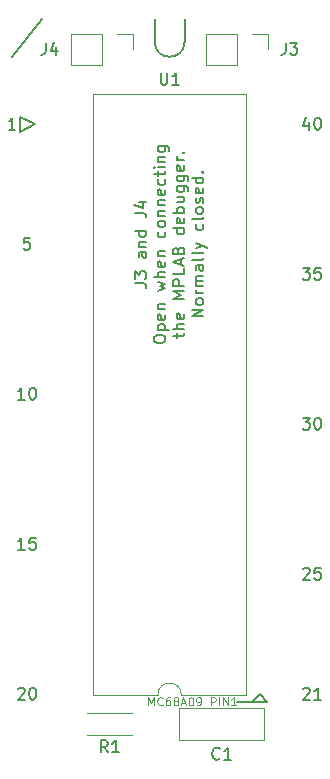
<source format=gbr>
%TF.GenerationSoftware,KiCad,Pcbnew,(6.0.0)*%
%TF.CreationDate,2022-06-05T20:03:01+09:00*%
%TF.ProjectId,phemu6809_emuz80_cnvpcb,7068656d-7536-4383-9039-5f656d757a38,rev?*%
%TF.SameCoordinates,Original*%
%TF.FileFunction,Legend,Top*%
%TF.FilePolarity,Positive*%
%FSLAX46Y46*%
G04 Gerber Fmt 4.6, Leading zero omitted, Abs format (unit mm)*
G04 Created by KiCad (PCBNEW (6.0.0)) date 2022-06-05 20:03:01*
%MOMM*%
%LPD*%
G01*
G04 APERTURE LIST*
%ADD10C,0.150000*%
%ADD11C,0.100000*%
%ADD12C,0.120000*%
%ADD13R,1.700000X1.700000*%
%ADD14O,1.700000X1.700000*%
%ADD15C,1.600000*%
%ADD16C,1.400000*%
%ADD17O,1.400000X1.400000*%
%ADD18R,1.600000X1.600000*%
%ADD19O,1.600000X1.600000*%
G04 APERTURE END LIST*
D10*
X107950000Y-63500000D02*
X106680000Y-62865000D01*
X118110000Y-56515000D02*
G75*
G03*
X120650000Y-56515000I1270000J0D01*
G01*
X106680000Y-64135000D02*
X107950000Y-63500000D01*
X126365000Y-112395000D02*
X127635000Y-112395000D01*
X108585000Y-54610000D02*
X106045000Y-57785000D01*
X118110000Y-54610000D02*
X118110000Y-56515000D01*
X127000000Y-111760000D02*
X126365000Y-112395000D01*
X120650000Y-54610000D02*
X120650000Y-56515000D01*
X127635000Y-112395000D02*
X127000000Y-111760000D01*
X106680000Y-62865000D02*
X106680000Y-64135000D01*
X126365000Y-112395000D02*
X125095000Y-112395000D01*
X107124523Y-99512380D02*
X106553095Y-99512380D01*
X106838809Y-99512380D02*
X106838809Y-98512380D01*
X106743571Y-98655238D01*
X106648333Y-98750476D01*
X106553095Y-98798095D01*
X108029285Y-98512380D02*
X107553095Y-98512380D01*
X107505476Y-98988571D01*
X107553095Y-98940952D01*
X107648333Y-98893333D01*
X107886428Y-98893333D01*
X107981666Y-98940952D01*
X108029285Y-98988571D01*
X108076904Y-99083809D01*
X108076904Y-99321904D01*
X108029285Y-99417142D01*
X107981666Y-99464761D01*
X107886428Y-99512380D01*
X107648333Y-99512380D01*
X107553095Y-99464761D01*
X107505476Y-99417142D01*
X106330714Y-63952380D02*
X105759285Y-63952380D01*
X106045000Y-63952380D02*
X106045000Y-62952380D01*
X105949761Y-63095238D01*
X105854523Y-63190476D01*
X105759285Y-63238095D01*
X130635476Y-75652380D02*
X131254523Y-75652380D01*
X130921190Y-76033333D01*
X131064047Y-76033333D01*
X131159285Y-76080952D01*
X131206904Y-76128571D01*
X131254523Y-76223809D01*
X131254523Y-76461904D01*
X131206904Y-76557142D01*
X131159285Y-76604761D01*
X131064047Y-76652380D01*
X130778333Y-76652380D01*
X130683095Y-76604761D01*
X130635476Y-76557142D01*
X132159285Y-75652380D02*
X131683095Y-75652380D01*
X131635476Y-76128571D01*
X131683095Y-76080952D01*
X131778333Y-76033333D01*
X132016428Y-76033333D01*
X132111666Y-76080952D01*
X132159285Y-76128571D01*
X132206904Y-76223809D01*
X132206904Y-76461904D01*
X132159285Y-76557142D01*
X132111666Y-76604761D01*
X132016428Y-76652380D01*
X131778333Y-76652380D01*
X131683095Y-76604761D01*
X131635476Y-76557142D01*
D11*
X117585000Y-112711666D02*
X117585000Y-112011666D01*
X117818333Y-112511666D01*
X118051666Y-112011666D01*
X118051666Y-112711666D01*
X118785000Y-112645000D02*
X118751666Y-112678333D01*
X118651666Y-112711666D01*
X118585000Y-112711666D01*
X118485000Y-112678333D01*
X118418333Y-112611666D01*
X118385000Y-112545000D01*
X118351666Y-112411666D01*
X118351666Y-112311666D01*
X118385000Y-112178333D01*
X118418333Y-112111666D01*
X118485000Y-112045000D01*
X118585000Y-112011666D01*
X118651666Y-112011666D01*
X118751666Y-112045000D01*
X118785000Y-112078333D01*
X119385000Y-112011666D02*
X119251666Y-112011666D01*
X119185000Y-112045000D01*
X119151666Y-112078333D01*
X119085000Y-112178333D01*
X119051666Y-112311666D01*
X119051666Y-112578333D01*
X119085000Y-112645000D01*
X119118333Y-112678333D01*
X119185000Y-112711666D01*
X119318333Y-112711666D01*
X119385000Y-112678333D01*
X119418333Y-112645000D01*
X119451666Y-112578333D01*
X119451666Y-112411666D01*
X119418333Y-112345000D01*
X119385000Y-112311666D01*
X119318333Y-112278333D01*
X119185000Y-112278333D01*
X119118333Y-112311666D01*
X119085000Y-112345000D01*
X119051666Y-112411666D01*
X119851666Y-112311666D02*
X119785000Y-112278333D01*
X119751666Y-112245000D01*
X119718333Y-112178333D01*
X119718333Y-112145000D01*
X119751666Y-112078333D01*
X119785000Y-112045000D01*
X119851666Y-112011666D01*
X119985000Y-112011666D01*
X120051666Y-112045000D01*
X120085000Y-112078333D01*
X120118333Y-112145000D01*
X120118333Y-112178333D01*
X120085000Y-112245000D01*
X120051666Y-112278333D01*
X119985000Y-112311666D01*
X119851666Y-112311666D01*
X119785000Y-112345000D01*
X119751666Y-112378333D01*
X119718333Y-112445000D01*
X119718333Y-112578333D01*
X119751666Y-112645000D01*
X119785000Y-112678333D01*
X119851666Y-112711666D01*
X119985000Y-112711666D01*
X120051666Y-112678333D01*
X120085000Y-112645000D01*
X120118333Y-112578333D01*
X120118333Y-112445000D01*
X120085000Y-112378333D01*
X120051666Y-112345000D01*
X119985000Y-112311666D01*
X120385000Y-112511666D02*
X120718333Y-112511666D01*
X120318333Y-112711666D02*
X120551666Y-112011666D01*
X120785000Y-112711666D01*
X121151666Y-112011666D02*
X121218333Y-112011666D01*
X121285000Y-112045000D01*
X121318333Y-112078333D01*
X121351666Y-112145000D01*
X121385000Y-112278333D01*
X121385000Y-112445000D01*
X121351666Y-112578333D01*
X121318333Y-112645000D01*
X121285000Y-112678333D01*
X121218333Y-112711666D01*
X121151666Y-112711666D01*
X121085000Y-112678333D01*
X121051666Y-112645000D01*
X121018333Y-112578333D01*
X120985000Y-112445000D01*
X120985000Y-112278333D01*
X121018333Y-112145000D01*
X121051666Y-112078333D01*
X121085000Y-112045000D01*
X121151666Y-112011666D01*
X121718333Y-112711666D02*
X121851666Y-112711666D01*
X121918333Y-112678333D01*
X121951666Y-112645000D01*
X122018333Y-112545000D01*
X122051666Y-112411666D01*
X122051666Y-112145000D01*
X122018333Y-112078333D01*
X121985000Y-112045000D01*
X121918333Y-112011666D01*
X121785000Y-112011666D01*
X121718333Y-112045000D01*
X121685000Y-112078333D01*
X121651666Y-112145000D01*
X121651666Y-112311666D01*
X121685000Y-112378333D01*
X121718333Y-112411666D01*
X121785000Y-112445000D01*
X121918333Y-112445000D01*
X121985000Y-112411666D01*
X122018333Y-112378333D01*
X122051666Y-112311666D01*
X122885000Y-112711666D02*
X122885000Y-112011666D01*
X123151666Y-112011666D01*
X123218333Y-112045000D01*
X123251666Y-112078333D01*
X123285000Y-112145000D01*
X123285000Y-112245000D01*
X123251666Y-112311666D01*
X123218333Y-112345000D01*
X123151666Y-112378333D01*
X122885000Y-112378333D01*
X123585000Y-112711666D02*
X123585000Y-112011666D01*
X123918333Y-112711666D02*
X123918333Y-112011666D01*
X124318333Y-112711666D01*
X124318333Y-112011666D01*
X125018333Y-112711666D02*
X124618333Y-112711666D01*
X124818333Y-112711666D02*
X124818333Y-112011666D01*
X124751666Y-112111666D01*
X124685000Y-112178333D01*
X124618333Y-112211666D01*
D10*
X130683095Y-111307619D02*
X130730714Y-111260000D01*
X130825952Y-111212380D01*
X131064047Y-111212380D01*
X131159285Y-111260000D01*
X131206904Y-111307619D01*
X131254523Y-111402857D01*
X131254523Y-111498095D01*
X131206904Y-111640952D01*
X130635476Y-112212380D01*
X131254523Y-112212380D01*
X132206904Y-112212380D02*
X131635476Y-112212380D01*
X131921190Y-112212380D02*
X131921190Y-111212380D01*
X131825952Y-111355238D01*
X131730714Y-111450476D01*
X131635476Y-111498095D01*
X107553095Y-73112380D02*
X107076904Y-73112380D01*
X107029285Y-73588571D01*
X107076904Y-73540952D01*
X107172142Y-73493333D01*
X107410238Y-73493333D01*
X107505476Y-73540952D01*
X107553095Y-73588571D01*
X107600714Y-73683809D01*
X107600714Y-73921904D01*
X107553095Y-74017142D01*
X107505476Y-74064761D01*
X107410238Y-74112380D01*
X107172142Y-74112380D01*
X107076904Y-74064761D01*
X107029285Y-74017142D01*
X130635476Y-88352380D02*
X131254523Y-88352380D01*
X130921190Y-88733333D01*
X131064047Y-88733333D01*
X131159285Y-88780952D01*
X131206904Y-88828571D01*
X131254523Y-88923809D01*
X131254523Y-89161904D01*
X131206904Y-89257142D01*
X131159285Y-89304761D01*
X131064047Y-89352380D01*
X130778333Y-89352380D01*
X130683095Y-89304761D01*
X130635476Y-89257142D01*
X131873571Y-88352380D02*
X131968809Y-88352380D01*
X132064047Y-88400000D01*
X132111666Y-88447619D01*
X132159285Y-88542857D01*
X132206904Y-88733333D01*
X132206904Y-88971428D01*
X132159285Y-89161904D01*
X132111666Y-89257142D01*
X132064047Y-89304761D01*
X131968809Y-89352380D01*
X131873571Y-89352380D01*
X131778333Y-89304761D01*
X131730714Y-89257142D01*
X131683095Y-89161904D01*
X131635476Y-88971428D01*
X131635476Y-88733333D01*
X131683095Y-88542857D01*
X131730714Y-88447619D01*
X131778333Y-88400000D01*
X131873571Y-88352380D01*
X131159285Y-63285714D02*
X131159285Y-63952380D01*
X130921190Y-62904761D02*
X130683095Y-63619047D01*
X131302142Y-63619047D01*
X131873571Y-62952380D02*
X131968809Y-62952380D01*
X132064047Y-63000000D01*
X132111666Y-63047619D01*
X132159285Y-63142857D01*
X132206904Y-63333333D01*
X132206904Y-63571428D01*
X132159285Y-63761904D01*
X132111666Y-63857142D01*
X132064047Y-63904761D01*
X131968809Y-63952380D01*
X131873571Y-63952380D01*
X131778333Y-63904761D01*
X131730714Y-63857142D01*
X131683095Y-63761904D01*
X131635476Y-63571428D01*
X131635476Y-63333333D01*
X131683095Y-63142857D01*
X131730714Y-63047619D01*
X131778333Y-63000000D01*
X131873571Y-62952380D01*
X106553095Y-111307619D02*
X106600714Y-111260000D01*
X106695952Y-111212380D01*
X106934047Y-111212380D01*
X107029285Y-111260000D01*
X107076904Y-111307619D01*
X107124523Y-111402857D01*
X107124523Y-111498095D01*
X107076904Y-111640952D01*
X106505476Y-112212380D01*
X107124523Y-112212380D01*
X107743571Y-111212380D02*
X107838809Y-111212380D01*
X107934047Y-111260000D01*
X107981666Y-111307619D01*
X108029285Y-111402857D01*
X108076904Y-111593333D01*
X108076904Y-111831428D01*
X108029285Y-112021904D01*
X107981666Y-112117142D01*
X107934047Y-112164761D01*
X107838809Y-112212380D01*
X107743571Y-112212380D01*
X107648333Y-112164761D01*
X107600714Y-112117142D01*
X107553095Y-112021904D01*
X107505476Y-111831428D01*
X107505476Y-111593333D01*
X107553095Y-111402857D01*
X107600714Y-111307619D01*
X107648333Y-111260000D01*
X107743571Y-111212380D01*
X130683095Y-101147619D02*
X130730714Y-101100000D01*
X130825952Y-101052380D01*
X131064047Y-101052380D01*
X131159285Y-101100000D01*
X131206904Y-101147619D01*
X131254523Y-101242857D01*
X131254523Y-101338095D01*
X131206904Y-101480952D01*
X130635476Y-102052380D01*
X131254523Y-102052380D01*
X132159285Y-101052380D02*
X131683095Y-101052380D01*
X131635476Y-101528571D01*
X131683095Y-101480952D01*
X131778333Y-101433333D01*
X132016428Y-101433333D01*
X132111666Y-101480952D01*
X132159285Y-101528571D01*
X132206904Y-101623809D01*
X132206904Y-101861904D01*
X132159285Y-101957142D01*
X132111666Y-102004761D01*
X132016428Y-102052380D01*
X131778333Y-102052380D01*
X131683095Y-102004761D01*
X131635476Y-101957142D01*
X116417380Y-76969523D02*
X117131666Y-76969523D01*
X117274523Y-77017142D01*
X117369761Y-77112380D01*
X117417380Y-77255238D01*
X117417380Y-77350476D01*
X116417380Y-76588571D02*
X116417380Y-75969523D01*
X116798333Y-76302857D01*
X116798333Y-76160000D01*
X116845952Y-76064761D01*
X116893571Y-76017142D01*
X116988809Y-75969523D01*
X117226904Y-75969523D01*
X117322142Y-76017142D01*
X117369761Y-76064761D01*
X117417380Y-76160000D01*
X117417380Y-76445714D01*
X117369761Y-76540952D01*
X117322142Y-76588571D01*
X117417380Y-74350476D02*
X116893571Y-74350476D01*
X116798333Y-74398095D01*
X116750714Y-74493333D01*
X116750714Y-74683809D01*
X116798333Y-74779047D01*
X117369761Y-74350476D02*
X117417380Y-74445714D01*
X117417380Y-74683809D01*
X117369761Y-74779047D01*
X117274523Y-74826666D01*
X117179285Y-74826666D01*
X117084047Y-74779047D01*
X117036428Y-74683809D01*
X117036428Y-74445714D01*
X116988809Y-74350476D01*
X116750714Y-73874285D02*
X117417380Y-73874285D01*
X116845952Y-73874285D02*
X116798333Y-73826666D01*
X116750714Y-73731428D01*
X116750714Y-73588571D01*
X116798333Y-73493333D01*
X116893571Y-73445714D01*
X117417380Y-73445714D01*
X117417380Y-72540952D02*
X116417380Y-72540952D01*
X117369761Y-72540952D02*
X117417380Y-72636190D01*
X117417380Y-72826666D01*
X117369761Y-72921904D01*
X117322142Y-72969523D01*
X117226904Y-73017142D01*
X116941190Y-73017142D01*
X116845952Y-72969523D01*
X116798333Y-72921904D01*
X116750714Y-72826666D01*
X116750714Y-72636190D01*
X116798333Y-72540952D01*
X116417380Y-71017142D02*
X117131666Y-71017142D01*
X117274523Y-71064761D01*
X117369761Y-71160000D01*
X117417380Y-71302857D01*
X117417380Y-71398095D01*
X116750714Y-70112380D02*
X117417380Y-70112380D01*
X116369761Y-70350476D02*
X117084047Y-70588571D01*
X117084047Y-69969523D01*
X118027380Y-81779047D02*
X118027380Y-81588571D01*
X118075000Y-81493333D01*
X118170238Y-81398095D01*
X118360714Y-81350476D01*
X118694047Y-81350476D01*
X118884523Y-81398095D01*
X118979761Y-81493333D01*
X119027380Y-81588571D01*
X119027380Y-81779047D01*
X118979761Y-81874285D01*
X118884523Y-81969523D01*
X118694047Y-82017142D01*
X118360714Y-82017142D01*
X118170238Y-81969523D01*
X118075000Y-81874285D01*
X118027380Y-81779047D01*
X118360714Y-80921904D02*
X119360714Y-80921904D01*
X118408333Y-80921904D02*
X118360714Y-80826666D01*
X118360714Y-80636190D01*
X118408333Y-80540952D01*
X118455952Y-80493333D01*
X118551190Y-80445714D01*
X118836904Y-80445714D01*
X118932142Y-80493333D01*
X118979761Y-80540952D01*
X119027380Y-80636190D01*
X119027380Y-80826666D01*
X118979761Y-80921904D01*
X118979761Y-79636190D02*
X119027380Y-79731428D01*
X119027380Y-79921904D01*
X118979761Y-80017142D01*
X118884523Y-80064761D01*
X118503571Y-80064761D01*
X118408333Y-80017142D01*
X118360714Y-79921904D01*
X118360714Y-79731428D01*
X118408333Y-79636190D01*
X118503571Y-79588571D01*
X118598809Y-79588571D01*
X118694047Y-80064761D01*
X118360714Y-79160000D02*
X119027380Y-79160000D01*
X118455952Y-79160000D02*
X118408333Y-79112380D01*
X118360714Y-79017142D01*
X118360714Y-78874285D01*
X118408333Y-78779047D01*
X118503571Y-78731428D01*
X119027380Y-78731428D01*
X118360714Y-77588571D02*
X119027380Y-77398095D01*
X118551190Y-77207619D01*
X119027380Y-77017142D01*
X118360714Y-76826666D01*
X119027380Y-76445714D02*
X118027380Y-76445714D01*
X119027380Y-76017142D02*
X118503571Y-76017142D01*
X118408333Y-76064761D01*
X118360714Y-76160000D01*
X118360714Y-76302857D01*
X118408333Y-76398095D01*
X118455952Y-76445714D01*
X118979761Y-75160000D02*
X119027380Y-75255238D01*
X119027380Y-75445714D01*
X118979761Y-75540952D01*
X118884523Y-75588571D01*
X118503571Y-75588571D01*
X118408333Y-75540952D01*
X118360714Y-75445714D01*
X118360714Y-75255238D01*
X118408333Y-75160000D01*
X118503571Y-75112380D01*
X118598809Y-75112380D01*
X118694047Y-75588571D01*
X118360714Y-74683809D02*
X119027380Y-74683809D01*
X118455952Y-74683809D02*
X118408333Y-74636190D01*
X118360714Y-74540952D01*
X118360714Y-74398095D01*
X118408333Y-74302857D01*
X118503571Y-74255238D01*
X119027380Y-74255238D01*
X118979761Y-72588571D02*
X119027380Y-72683809D01*
X119027380Y-72874285D01*
X118979761Y-72969523D01*
X118932142Y-73017142D01*
X118836904Y-73064761D01*
X118551190Y-73064761D01*
X118455952Y-73017142D01*
X118408333Y-72969523D01*
X118360714Y-72874285D01*
X118360714Y-72683809D01*
X118408333Y-72588571D01*
X119027380Y-72017142D02*
X118979761Y-72112380D01*
X118932142Y-72160000D01*
X118836904Y-72207619D01*
X118551190Y-72207619D01*
X118455952Y-72160000D01*
X118408333Y-72112380D01*
X118360714Y-72017142D01*
X118360714Y-71874285D01*
X118408333Y-71779047D01*
X118455952Y-71731428D01*
X118551190Y-71683809D01*
X118836904Y-71683809D01*
X118932142Y-71731428D01*
X118979761Y-71779047D01*
X119027380Y-71874285D01*
X119027380Y-72017142D01*
X118360714Y-71255238D02*
X119027380Y-71255238D01*
X118455952Y-71255238D02*
X118408333Y-71207619D01*
X118360714Y-71112380D01*
X118360714Y-70969523D01*
X118408333Y-70874285D01*
X118503571Y-70826666D01*
X119027380Y-70826666D01*
X118360714Y-70350476D02*
X119027380Y-70350476D01*
X118455952Y-70350476D02*
X118408333Y-70302857D01*
X118360714Y-70207619D01*
X118360714Y-70064761D01*
X118408333Y-69969523D01*
X118503571Y-69921904D01*
X119027380Y-69921904D01*
X118979761Y-69064761D02*
X119027380Y-69160000D01*
X119027380Y-69350476D01*
X118979761Y-69445714D01*
X118884523Y-69493333D01*
X118503571Y-69493333D01*
X118408333Y-69445714D01*
X118360714Y-69350476D01*
X118360714Y-69160000D01*
X118408333Y-69064761D01*
X118503571Y-69017142D01*
X118598809Y-69017142D01*
X118694047Y-69493333D01*
X118979761Y-68160000D02*
X119027380Y-68255238D01*
X119027380Y-68445714D01*
X118979761Y-68540952D01*
X118932142Y-68588571D01*
X118836904Y-68636190D01*
X118551190Y-68636190D01*
X118455952Y-68588571D01*
X118408333Y-68540952D01*
X118360714Y-68445714D01*
X118360714Y-68255238D01*
X118408333Y-68160000D01*
X118360714Y-67874285D02*
X118360714Y-67493333D01*
X118027380Y-67731428D02*
X118884523Y-67731428D01*
X118979761Y-67683809D01*
X119027380Y-67588571D01*
X119027380Y-67493333D01*
X119027380Y-67160000D02*
X118360714Y-67160000D01*
X118027380Y-67160000D02*
X118075000Y-67207619D01*
X118122619Y-67160000D01*
X118075000Y-67112380D01*
X118027380Y-67160000D01*
X118122619Y-67160000D01*
X118360714Y-66683809D02*
X119027380Y-66683809D01*
X118455952Y-66683809D02*
X118408333Y-66636190D01*
X118360714Y-66540952D01*
X118360714Y-66398095D01*
X118408333Y-66302857D01*
X118503571Y-66255238D01*
X119027380Y-66255238D01*
X118360714Y-65350476D02*
X119170238Y-65350476D01*
X119265476Y-65398095D01*
X119313095Y-65445714D01*
X119360714Y-65540952D01*
X119360714Y-65683809D01*
X119313095Y-65779047D01*
X118979761Y-65350476D02*
X119027380Y-65445714D01*
X119027380Y-65636190D01*
X118979761Y-65731428D01*
X118932142Y-65779047D01*
X118836904Y-65826666D01*
X118551190Y-65826666D01*
X118455952Y-65779047D01*
X118408333Y-65731428D01*
X118360714Y-65636190D01*
X118360714Y-65445714D01*
X118408333Y-65350476D01*
X119970714Y-81564761D02*
X119970714Y-81183809D01*
X119637380Y-81421904D02*
X120494523Y-81421904D01*
X120589761Y-81374285D01*
X120637380Y-81279047D01*
X120637380Y-81183809D01*
X120637380Y-80850476D02*
X119637380Y-80850476D01*
X120637380Y-80421904D02*
X120113571Y-80421904D01*
X120018333Y-80469523D01*
X119970714Y-80564761D01*
X119970714Y-80707619D01*
X120018333Y-80802857D01*
X120065952Y-80850476D01*
X120589761Y-79564761D02*
X120637380Y-79660000D01*
X120637380Y-79850476D01*
X120589761Y-79945714D01*
X120494523Y-79993333D01*
X120113571Y-79993333D01*
X120018333Y-79945714D01*
X119970714Y-79850476D01*
X119970714Y-79660000D01*
X120018333Y-79564761D01*
X120113571Y-79517142D01*
X120208809Y-79517142D01*
X120304047Y-79993333D01*
X120637380Y-78326666D02*
X119637380Y-78326666D01*
X120351666Y-77993333D01*
X119637380Y-77660000D01*
X120637380Y-77660000D01*
X120637380Y-77183809D02*
X119637380Y-77183809D01*
X119637380Y-76802857D01*
X119685000Y-76707619D01*
X119732619Y-76660000D01*
X119827857Y-76612380D01*
X119970714Y-76612380D01*
X120065952Y-76660000D01*
X120113571Y-76707619D01*
X120161190Y-76802857D01*
X120161190Y-77183809D01*
X120637380Y-75707619D02*
X120637380Y-76183809D01*
X119637380Y-76183809D01*
X120351666Y-75421904D02*
X120351666Y-74945714D01*
X120637380Y-75517142D02*
X119637380Y-75183809D01*
X120637380Y-74850476D01*
X120113571Y-74183809D02*
X120161190Y-74040952D01*
X120208809Y-73993333D01*
X120304047Y-73945714D01*
X120446904Y-73945714D01*
X120542142Y-73993333D01*
X120589761Y-74040952D01*
X120637380Y-74136190D01*
X120637380Y-74517142D01*
X119637380Y-74517142D01*
X119637380Y-74183809D01*
X119685000Y-74088571D01*
X119732619Y-74040952D01*
X119827857Y-73993333D01*
X119923095Y-73993333D01*
X120018333Y-74040952D01*
X120065952Y-74088571D01*
X120113571Y-74183809D01*
X120113571Y-74517142D01*
X120637380Y-72326666D02*
X119637380Y-72326666D01*
X120589761Y-72326666D02*
X120637380Y-72421904D01*
X120637380Y-72612380D01*
X120589761Y-72707619D01*
X120542142Y-72755238D01*
X120446904Y-72802857D01*
X120161190Y-72802857D01*
X120065952Y-72755238D01*
X120018333Y-72707619D01*
X119970714Y-72612380D01*
X119970714Y-72421904D01*
X120018333Y-72326666D01*
X120589761Y-71469523D02*
X120637380Y-71564761D01*
X120637380Y-71755238D01*
X120589761Y-71850476D01*
X120494523Y-71898095D01*
X120113571Y-71898095D01*
X120018333Y-71850476D01*
X119970714Y-71755238D01*
X119970714Y-71564761D01*
X120018333Y-71469523D01*
X120113571Y-71421904D01*
X120208809Y-71421904D01*
X120304047Y-71898095D01*
X120637380Y-70993333D02*
X119637380Y-70993333D01*
X120018333Y-70993333D02*
X119970714Y-70898095D01*
X119970714Y-70707619D01*
X120018333Y-70612380D01*
X120065952Y-70564761D01*
X120161190Y-70517142D01*
X120446904Y-70517142D01*
X120542142Y-70564761D01*
X120589761Y-70612380D01*
X120637380Y-70707619D01*
X120637380Y-70898095D01*
X120589761Y-70993333D01*
X119970714Y-69660000D02*
X120637380Y-69660000D01*
X119970714Y-70088571D02*
X120494523Y-70088571D01*
X120589761Y-70040952D01*
X120637380Y-69945714D01*
X120637380Y-69802857D01*
X120589761Y-69707619D01*
X120542142Y-69660000D01*
X119970714Y-68755238D02*
X120780238Y-68755238D01*
X120875476Y-68802857D01*
X120923095Y-68850476D01*
X120970714Y-68945714D01*
X120970714Y-69088571D01*
X120923095Y-69183809D01*
X120589761Y-68755238D02*
X120637380Y-68850476D01*
X120637380Y-69040952D01*
X120589761Y-69136190D01*
X120542142Y-69183809D01*
X120446904Y-69231428D01*
X120161190Y-69231428D01*
X120065952Y-69183809D01*
X120018333Y-69136190D01*
X119970714Y-69040952D01*
X119970714Y-68850476D01*
X120018333Y-68755238D01*
X119970714Y-67850476D02*
X120780238Y-67850476D01*
X120875476Y-67898095D01*
X120923095Y-67945714D01*
X120970714Y-68040952D01*
X120970714Y-68183809D01*
X120923095Y-68279047D01*
X120589761Y-67850476D02*
X120637380Y-67945714D01*
X120637380Y-68136190D01*
X120589761Y-68231428D01*
X120542142Y-68279047D01*
X120446904Y-68326666D01*
X120161190Y-68326666D01*
X120065952Y-68279047D01*
X120018333Y-68231428D01*
X119970714Y-68136190D01*
X119970714Y-67945714D01*
X120018333Y-67850476D01*
X120589761Y-66993333D02*
X120637380Y-67088571D01*
X120637380Y-67279047D01*
X120589761Y-67374285D01*
X120494523Y-67421904D01*
X120113571Y-67421904D01*
X120018333Y-67374285D01*
X119970714Y-67279047D01*
X119970714Y-67088571D01*
X120018333Y-66993333D01*
X120113571Y-66945714D01*
X120208809Y-66945714D01*
X120304047Y-67421904D01*
X120637380Y-66517142D02*
X119970714Y-66517142D01*
X120161190Y-66517142D02*
X120065952Y-66469523D01*
X120018333Y-66421904D01*
X119970714Y-66326666D01*
X119970714Y-66231428D01*
X120542142Y-65898095D02*
X120589761Y-65850476D01*
X120637380Y-65898095D01*
X120589761Y-65945714D01*
X120542142Y-65898095D01*
X120637380Y-65898095D01*
X122247380Y-79779047D02*
X121247380Y-79779047D01*
X122247380Y-79207619D01*
X121247380Y-79207619D01*
X122247380Y-78588571D02*
X122199761Y-78683809D01*
X122152142Y-78731428D01*
X122056904Y-78779047D01*
X121771190Y-78779047D01*
X121675952Y-78731428D01*
X121628333Y-78683809D01*
X121580714Y-78588571D01*
X121580714Y-78445714D01*
X121628333Y-78350476D01*
X121675952Y-78302857D01*
X121771190Y-78255238D01*
X122056904Y-78255238D01*
X122152142Y-78302857D01*
X122199761Y-78350476D01*
X122247380Y-78445714D01*
X122247380Y-78588571D01*
X122247380Y-77826666D02*
X121580714Y-77826666D01*
X121771190Y-77826666D02*
X121675952Y-77779047D01*
X121628333Y-77731428D01*
X121580714Y-77636190D01*
X121580714Y-77540952D01*
X122247380Y-77207619D02*
X121580714Y-77207619D01*
X121675952Y-77207619D02*
X121628333Y-77160000D01*
X121580714Y-77064761D01*
X121580714Y-76921904D01*
X121628333Y-76826666D01*
X121723571Y-76779047D01*
X122247380Y-76779047D01*
X121723571Y-76779047D02*
X121628333Y-76731428D01*
X121580714Y-76636190D01*
X121580714Y-76493333D01*
X121628333Y-76398095D01*
X121723571Y-76350476D01*
X122247380Y-76350476D01*
X122247380Y-75445714D02*
X121723571Y-75445714D01*
X121628333Y-75493333D01*
X121580714Y-75588571D01*
X121580714Y-75779047D01*
X121628333Y-75874285D01*
X122199761Y-75445714D02*
X122247380Y-75540952D01*
X122247380Y-75779047D01*
X122199761Y-75874285D01*
X122104523Y-75921904D01*
X122009285Y-75921904D01*
X121914047Y-75874285D01*
X121866428Y-75779047D01*
X121866428Y-75540952D01*
X121818809Y-75445714D01*
X122247380Y-74826666D02*
X122199761Y-74921904D01*
X122104523Y-74969523D01*
X121247380Y-74969523D01*
X122247380Y-74302857D02*
X122199761Y-74398095D01*
X122104523Y-74445714D01*
X121247380Y-74445714D01*
X121580714Y-74017142D02*
X122247380Y-73779047D01*
X121580714Y-73540952D02*
X122247380Y-73779047D01*
X122485476Y-73874285D01*
X122533095Y-73921904D01*
X122580714Y-74017142D01*
X122199761Y-71969523D02*
X122247380Y-72064761D01*
X122247380Y-72255238D01*
X122199761Y-72350476D01*
X122152142Y-72398095D01*
X122056904Y-72445714D01*
X121771190Y-72445714D01*
X121675952Y-72398095D01*
X121628333Y-72350476D01*
X121580714Y-72255238D01*
X121580714Y-72064761D01*
X121628333Y-71969523D01*
X122247380Y-71398095D02*
X122199761Y-71493333D01*
X122104523Y-71540952D01*
X121247380Y-71540952D01*
X122247380Y-70874285D02*
X122199761Y-70969523D01*
X122152142Y-71017142D01*
X122056904Y-71064761D01*
X121771190Y-71064761D01*
X121675952Y-71017142D01*
X121628333Y-70969523D01*
X121580714Y-70874285D01*
X121580714Y-70731428D01*
X121628333Y-70636190D01*
X121675952Y-70588571D01*
X121771190Y-70540952D01*
X122056904Y-70540952D01*
X122152142Y-70588571D01*
X122199761Y-70636190D01*
X122247380Y-70731428D01*
X122247380Y-70874285D01*
X122199761Y-70160000D02*
X122247380Y-70064761D01*
X122247380Y-69874285D01*
X122199761Y-69779047D01*
X122104523Y-69731428D01*
X122056904Y-69731428D01*
X121961666Y-69779047D01*
X121914047Y-69874285D01*
X121914047Y-70017142D01*
X121866428Y-70112380D01*
X121771190Y-70160000D01*
X121723571Y-70160000D01*
X121628333Y-70112380D01*
X121580714Y-70017142D01*
X121580714Y-69874285D01*
X121628333Y-69779047D01*
X122199761Y-68921904D02*
X122247380Y-69017142D01*
X122247380Y-69207619D01*
X122199761Y-69302857D01*
X122104523Y-69350476D01*
X121723571Y-69350476D01*
X121628333Y-69302857D01*
X121580714Y-69207619D01*
X121580714Y-69017142D01*
X121628333Y-68921904D01*
X121723571Y-68874285D01*
X121818809Y-68874285D01*
X121914047Y-69350476D01*
X122247380Y-68017142D02*
X121247380Y-68017142D01*
X122199761Y-68017142D02*
X122247380Y-68112380D01*
X122247380Y-68302857D01*
X122199761Y-68398095D01*
X122152142Y-68445714D01*
X122056904Y-68493333D01*
X121771190Y-68493333D01*
X121675952Y-68445714D01*
X121628333Y-68398095D01*
X121580714Y-68302857D01*
X121580714Y-68112380D01*
X121628333Y-68017142D01*
X122152142Y-67540952D02*
X122199761Y-67493333D01*
X122247380Y-67540952D01*
X122199761Y-67588571D01*
X122152142Y-67540952D01*
X122247380Y-67540952D01*
X107124523Y-86812380D02*
X106553095Y-86812380D01*
X106838809Y-86812380D02*
X106838809Y-85812380D01*
X106743571Y-85955238D01*
X106648333Y-86050476D01*
X106553095Y-86098095D01*
X107743571Y-85812380D02*
X107838809Y-85812380D01*
X107934047Y-85860000D01*
X107981666Y-85907619D01*
X108029285Y-86002857D01*
X108076904Y-86193333D01*
X108076904Y-86431428D01*
X108029285Y-86621904D01*
X107981666Y-86717142D01*
X107934047Y-86764761D01*
X107838809Y-86812380D01*
X107743571Y-86812380D01*
X107648333Y-86764761D01*
X107600714Y-86717142D01*
X107553095Y-86621904D01*
X107505476Y-86431428D01*
X107505476Y-86193333D01*
X107553095Y-86002857D01*
X107600714Y-85907619D01*
X107648333Y-85860000D01*
X107743571Y-85812380D01*
%TO.C,J3*%
X129206666Y-56602380D02*
X129206666Y-57316666D01*
X129159047Y-57459523D01*
X129063809Y-57554761D01*
X128920952Y-57602380D01*
X128825714Y-57602380D01*
X129587619Y-56602380D02*
X130206666Y-56602380D01*
X129873333Y-56983333D01*
X130016190Y-56983333D01*
X130111428Y-57030952D01*
X130159047Y-57078571D01*
X130206666Y-57173809D01*
X130206666Y-57411904D01*
X130159047Y-57507142D01*
X130111428Y-57554761D01*
X130016190Y-57602380D01*
X129730476Y-57602380D01*
X129635238Y-57554761D01*
X129587619Y-57507142D01*
%TO.C,C1*%
X123618333Y-117197142D02*
X123570714Y-117244761D01*
X123427857Y-117292380D01*
X123332619Y-117292380D01*
X123189761Y-117244761D01*
X123094523Y-117149523D01*
X123046904Y-117054285D01*
X122999285Y-116863809D01*
X122999285Y-116720952D01*
X123046904Y-116530476D01*
X123094523Y-116435238D01*
X123189761Y-116340000D01*
X123332619Y-116292380D01*
X123427857Y-116292380D01*
X123570714Y-116340000D01*
X123618333Y-116387619D01*
X124570714Y-117292380D02*
X123999285Y-117292380D01*
X124285000Y-117292380D02*
X124285000Y-116292380D01*
X124189761Y-116435238D01*
X124094523Y-116530476D01*
X123999285Y-116578095D01*
%TO.C,R1*%
X114133333Y-116672380D02*
X113800000Y-116196190D01*
X113561904Y-116672380D02*
X113561904Y-115672380D01*
X113942857Y-115672380D01*
X114038095Y-115720000D01*
X114085714Y-115767619D01*
X114133333Y-115862857D01*
X114133333Y-116005714D01*
X114085714Y-116100952D01*
X114038095Y-116148571D01*
X113942857Y-116196190D01*
X113561904Y-116196190D01*
X115085714Y-116672380D02*
X114514285Y-116672380D01*
X114800000Y-116672380D02*
X114800000Y-115672380D01*
X114704761Y-115815238D01*
X114609523Y-115910476D01*
X114514285Y-115958095D01*
%TO.C,U1*%
X118618095Y-59142380D02*
X118618095Y-59951904D01*
X118665714Y-60047142D01*
X118713333Y-60094761D01*
X118808571Y-60142380D01*
X118999047Y-60142380D01*
X119094285Y-60094761D01*
X119141904Y-60047142D01*
X119189523Y-59951904D01*
X119189523Y-59142380D01*
X120189523Y-60142380D02*
X119618095Y-60142380D01*
X119903809Y-60142380D02*
X119903809Y-59142380D01*
X119808571Y-59285238D01*
X119713333Y-59380476D01*
X119618095Y-59428095D01*
%TO.C,J4*%
X108886666Y-56602380D02*
X108886666Y-57316666D01*
X108839047Y-57459523D01*
X108743809Y-57554761D01*
X108600952Y-57602380D01*
X108505714Y-57602380D01*
X109791428Y-56935714D02*
X109791428Y-57602380D01*
X109553333Y-56554761D02*
X109315238Y-57269047D01*
X109934285Y-57269047D01*
D12*
%TO.C,J3*%
X126365000Y-55820000D02*
X127695000Y-55820000D01*
X122495000Y-55820000D02*
X122495000Y-58480000D01*
X125095000Y-58480000D02*
X122495000Y-58480000D01*
X125095000Y-55820000D02*
X125095000Y-58480000D01*
X125095000Y-55820000D02*
X122495000Y-55820000D01*
X127695000Y-55820000D02*
X127695000Y-57150000D01*
%TO.C,C1*%
X120165000Y-112930000D02*
X127405000Y-112930000D01*
X127405000Y-112930000D02*
X127405000Y-115670000D01*
X120165000Y-115670000D02*
X127405000Y-115670000D01*
X120165000Y-112930000D02*
X120165000Y-115670000D01*
%TO.C,R1*%
X116220000Y-113380000D02*
X112380000Y-113380000D01*
X116220000Y-115220000D02*
X112380000Y-115220000D01*
%TO.C,U1*%
X120380000Y-111820000D02*
X125840000Y-111820000D01*
X112920000Y-60900000D02*
X112920000Y-111820000D01*
X112920000Y-111820000D02*
X118380000Y-111820000D01*
X125840000Y-60900000D02*
X112920000Y-60900000D01*
X125840000Y-111820000D02*
X125840000Y-60900000D01*
X120380000Y-111820000D02*
G75*
G03*
X118380000Y-111820000I-1000000J0D01*
G01*
%TO.C,J4*%
X113665000Y-58480000D02*
X111065000Y-58480000D01*
X116265000Y-55820000D02*
X116265000Y-57150000D01*
X114935000Y-55820000D02*
X116265000Y-55820000D01*
X111065000Y-55820000D02*
X111065000Y-58480000D01*
X113665000Y-55820000D02*
X113665000Y-58480000D01*
X113665000Y-55820000D02*
X111065000Y-55820000D01*
%TD*%
%LPC*%
D13*
%TO.C,J3*%
X126365000Y-57150000D03*
D14*
X123825000Y-57150000D03*
%TD*%
D15*
%TO.C,C1*%
X121285000Y-114300000D03*
X126285000Y-114300000D03*
%TD*%
D16*
%TO.C,R1*%
X116840000Y-114300000D03*
D17*
X111760000Y-114300000D03*
%TD*%
D18*
%TO.C,U1*%
X127000000Y-110490000D03*
D19*
X127000000Y-107950000D03*
X127000000Y-105410000D03*
X127000000Y-102870000D03*
X127000000Y-100330000D03*
X127000000Y-97790000D03*
X127000000Y-95250000D03*
X127000000Y-92710000D03*
X127000000Y-90170000D03*
X127000000Y-87630000D03*
X127000000Y-85090000D03*
X127000000Y-82550000D03*
X127000000Y-80010000D03*
X127000000Y-77470000D03*
X127000000Y-74930000D03*
X127000000Y-72390000D03*
X127000000Y-69850000D03*
X127000000Y-67310000D03*
X127000000Y-64770000D03*
X127000000Y-62230000D03*
X111760000Y-62230000D03*
X111760000Y-64770000D03*
X111760000Y-67310000D03*
X111760000Y-69850000D03*
X111760000Y-72390000D03*
X111760000Y-74930000D03*
X111760000Y-77470000D03*
X111760000Y-80010000D03*
X111760000Y-82550000D03*
X111760000Y-85090000D03*
X111760000Y-87630000D03*
X111760000Y-90170000D03*
X111760000Y-92710000D03*
X111760000Y-95250000D03*
X111760000Y-97790000D03*
X111760000Y-100330000D03*
X111760000Y-102870000D03*
X111760000Y-105410000D03*
X111760000Y-107950000D03*
X111760000Y-110490000D03*
%TD*%
D13*
%TO.C,J4*%
X114935000Y-57150000D03*
D14*
X112395000Y-57150000D03*
%TD*%
D13*
%TO.C,J1*%
X109220000Y-63500000D03*
D14*
X109220000Y-66040000D03*
X109220000Y-68580000D03*
X109220000Y-71120000D03*
X109220000Y-73660000D03*
X109220000Y-76200000D03*
X109220000Y-78740000D03*
X109220000Y-81280000D03*
X109220000Y-83820000D03*
X109220000Y-86360000D03*
X109220000Y-88900000D03*
X109220000Y-91440000D03*
X109220000Y-93980000D03*
X109220000Y-96520000D03*
X109220000Y-99060000D03*
X109220000Y-101600000D03*
X109220000Y-104140000D03*
X109220000Y-106680000D03*
X109220000Y-109220000D03*
X109220000Y-111760000D03*
%TD*%
D13*
%TO.C,J2*%
X129540000Y-111760000D03*
D14*
X129540000Y-109220000D03*
X129540000Y-106680000D03*
X129540000Y-104140000D03*
X129540000Y-101600000D03*
X129540000Y-99060000D03*
X129540000Y-96520000D03*
X129540000Y-93980000D03*
X129540000Y-91440000D03*
X129540000Y-88900000D03*
X129540000Y-86360000D03*
X129540000Y-83820000D03*
X129540000Y-81280000D03*
X129540000Y-78740000D03*
X129540000Y-76200000D03*
X129540000Y-73660000D03*
X129540000Y-71120000D03*
X129540000Y-68580000D03*
X129540000Y-66040000D03*
X129540000Y-63500000D03*
%TD*%
M02*

</source>
